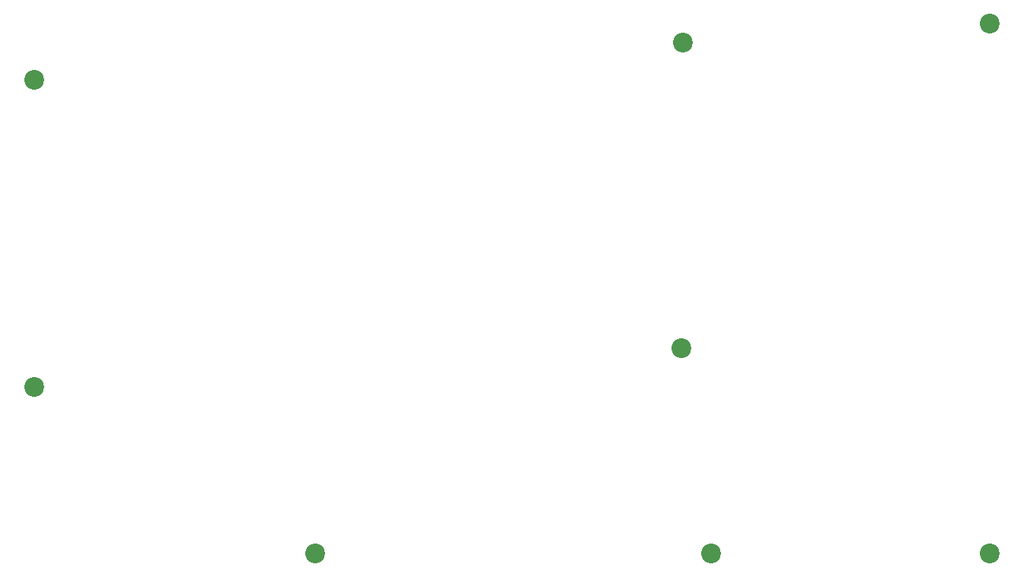
<source format=gbr>
%TF.GenerationSoftware,KiCad,Pcbnew,(5.99.0-8557-g8988e46ab1)*%
%TF.CreationDate,2021-02-27T05:51:48-07:00*%
%TF.ProjectId,SP56_Bottom,53503536-5f42-46f7-9474-6f6d2e6b6963,rev?*%
%TF.SameCoordinates,Original*%
%TF.FileFunction,Soldermask,Top*%
%TF.FilePolarity,Negative*%
%FSLAX46Y46*%
G04 Gerber Fmt 4.6, Leading zero omitted, Abs format (unit mm)*
G04 Created by KiCad (PCBNEW (5.99.0-8557-g8988e46ab1)) date 2021-02-27 05:51:48*
%MOMM*%
%LPD*%
G01*
G04 APERTURE LIST*
%ADD10C,2.200000*%
G04 APERTURE END LIST*
D10*
%TO.C,H8*%
X128764476Y-111175000D03*
%TD*%
%TO.C,H7*%
X172764476Y-111175000D03*
%TD*%
%TO.C,H1*%
X169489476Y-88300000D03*
%TD*%
%TO.C,H3*%
X97489476Y-92600000D03*
%TD*%
%TO.C,H6*%
X97489476Y-58400000D03*
%TD*%
%TO.C,H5*%
X169589476Y-54300000D03*
%TD*%
%TO.C,H2*%
X203764476Y-111175000D03*
%TD*%
%TO.C,H4*%
X203764476Y-52175000D03*
%TD*%
M02*

</source>
